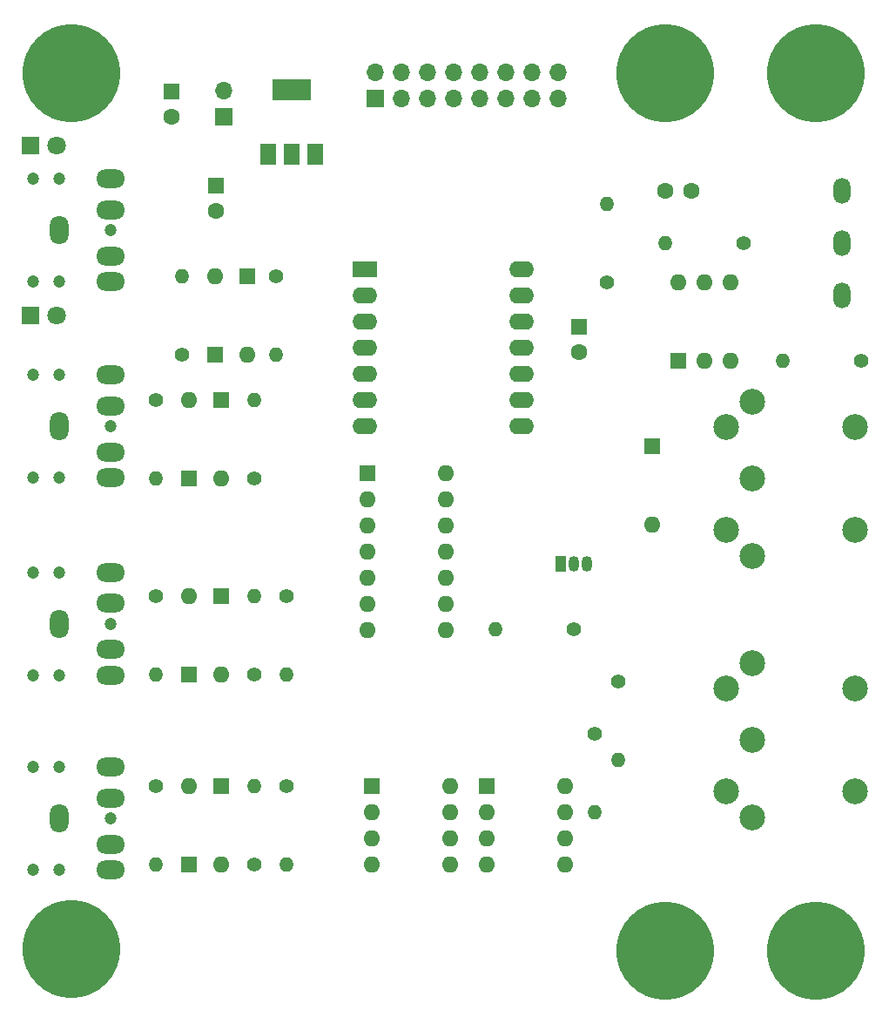
<source format=gts>
%TF.GenerationSoftware,KiCad,Pcbnew,(6.0.1)*%
%TF.CreationDate,2022-09-23T05:10:08-04:00*%
%TF.ProjectId,SYNTH-MIDI-CTL-01,53594e54-482d-44d4-9944-492d43544c2d,1*%
%TF.SameCoordinates,Original*%
%TF.FileFunction,Soldermask,Top*%
%TF.FilePolarity,Negative*%
%FSLAX46Y46*%
G04 Gerber Fmt 4.6, Leading zero omitted, Abs format (unit mm)*
G04 Created by KiCad (PCBNEW (6.0.1)) date 2022-09-23 05:10:08*
%MOMM*%
%LPD*%
G01*
G04 APERTURE LIST*
%ADD10R,1.600000X1.600000*%
%ADD11C,1.600000*%
%ADD12O,1.600000X1.600000*%
%ADD13C,9.525000*%
%ADD14O,1.651000X2.540000*%
%ADD15C,1.400000*%
%ADD16O,1.400000X1.400000*%
%ADD17C,1.200000*%
%ADD18O,2.800000X1.800000*%
%ADD19O,1.800000X2.800000*%
%ADD20C,2.500000*%
%ADD21R,1.700000X1.700000*%
%ADD22O,1.700000X1.700000*%
%ADD23R,1.050000X1.500000*%
%ADD24O,1.050000X1.500000*%
%ADD25R,2.400000X1.600000*%
%ADD26O,2.400000X1.600000*%
%ADD27R,1.800000X1.800000*%
%ADD28C,1.800000*%
%ADD29R,1.500000X2.000000*%
%ADD30R,3.800000X2.000000*%
G04 APERTURE END LIST*
D10*
%TO.C,C3*%
X106172000Y-39434888D03*
D11*
X106172000Y-41934888D03*
%TD*%
D10*
%TO.C,D4*%
X106680000Y-60325000D03*
D12*
X106680000Y-67945000D03*
%TD*%
D10*
%TO.C,C2*%
X141478000Y-53150888D03*
D11*
X141478000Y-55650888D03*
%TD*%
D10*
%TO.C,D9*%
X106680000Y-97790000D03*
D12*
X106680000Y-105410000D03*
%TD*%
D13*
%TO.C,MTG2*%
X92075000Y-113665000D03*
%TD*%
D14*
%TO.C,RV1*%
X167005000Y-40010000D03*
X167005000Y-45090000D03*
X167005000Y-50170000D03*
%TD*%
D13*
%TO.C,MTG3*%
X164465000Y-28575000D03*
%TD*%
%TO.C,MTG6*%
X149860000Y-113792000D03*
%TD*%
D15*
%TO.C,R8*%
X100330000Y-79375000D03*
D16*
X100330000Y-86995000D03*
%TD*%
D15*
%TO.C,R6*%
X100330000Y-60325000D03*
D16*
X100330000Y-67945000D03*
%TD*%
D15*
%TO.C,R5*%
X168910000Y-56515000D03*
D16*
X161290000Y-56515000D03*
%TD*%
D15*
%TO.C,R15*%
X109855000Y-105410000D03*
D16*
X109855000Y-97790000D03*
%TD*%
D17*
%TO.C,J3*%
X88432000Y-67865000D03*
X95932000Y-62865000D03*
X88432000Y-57865000D03*
X90932000Y-57865000D03*
X90932000Y-67865000D03*
D18*
X95932000Y-57865000D03*
X95932000Y-60865000D03*
D19*
X90932000Y-62865000D03*
D18*
X95932000Y-67865000D03*
X95932000Y-65365000D03*
%TD*%
D10*
%TO.C,U3*%
X151145000Y-56505000D03*
D12*
X153685000Y-56505000D03*
X156225000Y-56505000D03*
X156225000Y-48885000D03*
X153685000Y-48885000D03*
X151145000Y-48885000D03*
%TD*%
D17*
%TO.C,J5*%
X90932000Y-77042000D03*
X88432000Y-77042000D03*
X95932000Y-82042000D03*
X90932000Y-87042000D03*
X88432000Y-87042000D03*
D18*
X95932000Y-77042000D03*
X95932000Y-80042000D03*
D19*
X90932000Y-82042000D03*
D18*
X95932000Y-87042000D03*
X95932000Y-84542000D03*
%TD*%
D10*
%TO.C,D6*%
X103505000Y-86995000D03*
D12*
X103505000Y-79375000D03*
%TD*%
D10*
%TO.C,U6*%
X132471000Y-97800000D03*
D12*
X132471000Y-100340000D03*
X132471000Y-102880000D03*
X132471000Y-105420000D03*
X140091000Y-105420000D03*
X140091000Y-102880000D03*
X140091000Y-100340000D03*
X140091000Y-97800000D03*
%TD*%
D15*
%TO.C,R9*%
X109855000Y-86995000D03*
D16*
X109855000Y-79375000D03*
%TD*%
D10*
%TO.C,D5*%
X148590000Y-64770000D03*
D12*
X148590000Y-72390000D03*
%TD*%
D15*
%TO.C,R14*%
X100330000Y-97790000D03*
D16*
X100330000Y-105410000D03*
%TD*%
D10*
%TO.C,D8*%
X103505000Y-105410000D03*
D12*
X103505000Y-97790000D03*
%TD*%
D10*
%TO.C,D3*%
X103505000Y-67945000D03*
D12*
X103505000Y-60325000D03*
%TD*%
D10*
%TO.C,D1*%
X106045000Y-55880000D03*
D12*
X106045000Y-48260000D03*
%TD*%
D10*
%TO.C,U5*%
X121295000Y-97800000D03*
D12*
X121295000Y-100340000D03*
X121295000Y-102880000D03*
X121295000Y-105420000D03*
X128915000Y-105420000D03*
X128915000Y-102880000D03*
X128915000Y-100340000D03*
X128915000Y-97800000D03*
%TD*%
D20*
%TO.C,J6*%
X158290000Y-85845000D03*
X158290000Y-93345000D03*
X158290000Y-100845000D03*
X155790000Y-88345000D03*
X155790000Y-98345000D03*
X168290000Y-98345000D03*
X168290000Y-88345000D03*
%TD*%
D15*
%TO.C,R10*%
X113030000Y-79375000D03*
D16*
X113030000Y-86995000D03*
%TD*%
D15*
%TO.C,R3*%
X102870000Y-55880000D03*
D16*
X102870000Y-48260000D03*
%TD*%
D13*
%TO.C,MTG5*%
X149860000Y-28575000D03*
%TD*%
D10*
%TO.C,D7*%
X106680000Y-79375000D03*
D12*
X106680000Y-86995000D03*
%TD*%
D21*
%TO.C,J1*%
X121666000Y-31050000D03*
D22*
X121666000Y-28510000D03*
X124206000Y-31050000D03*
X124206000Y-28510000D03*
X126746000Y-31050000D03*
X126746000Y-28510000D03*
X129286000Y-31050000D03*
X129286000Y-28510000D03*
X131826000Y-31050000D03*
X131826000Y-28510000D03*
X134366000Y-31050000D03*
X134366000Y-28510000D03*
X136906000Y-31050000D03*
X136906000Y-28510000D03*
X139446000Y-31050000D03*
X139446000Y-28510000D03*
%TD*%
D15*
%TO.C,R13*%
X143002000Y-92710000D03*
D16*
X143002000Y-100330000D03*
%TD*%
D15*
%TO.C,R2*%
X157480000Y-45085000D03*
D16*
X149860000Y-45085000D03*
%TD*%
D23*
%TO.C,Q1*%
X139700000Y-76200000D03*
D24*
X140970000Y-76200000D03*
X142240000Y-76200000D03*
%TD*%
D25*
%TO.C,U2*%
X120650000Y-47625000D03*
D26*
X120650000Y-50165000D03*
X120650000Y-52705000D03*
X120650000Y-55245000D03*
X120650000Y-57785000D03*
X120650000Y-60325000D03*
X120650000Y-62865000D03*
X135890000Y-62865000D03*
X135890000Y-60325000D03*
X135890000Y-57785000D03*
X135890000Y-55245000D03*
X135890000Y-52705000D03*
X135890000Y-50165000D03*
X135890000Y-47625000D03*
%TD*%
D10*
%TO.C,D2*%
X109220000Y-48260000D03*
D12*
X109220000Y-55880000D03*
%TD*%
D21*
%TO.C,H1*%
X106934000Y-32771000D03*
D22*
X106934000Y-30231000D03*
%TD*%
D13*
%TO.C,MTG4*%
X164465000Y-113792000D03*
%TD*%
%TO.C,MTG1*%
X92075000Y-28575000D03*
%TD*%
D15*
%TO.C,R16*%
X113030000Y-97790000D03*
D16*
X113030000Y-105410000D03*
%TD*%
D15*
%TO.C,R1*%
X144145000Y-48895000D03*
D16*
X144145000Y-41275000D03*
%TD*%
D15*
%TO.C,R4*%
X112014000Y-48260000D03*
D16*
X112014000Y-55880000D03*
%TD*%
D15*
%TO.C,R7*%
X109855000Y-67945000D03*
D16*
X109855000Y-60325000D03*
%TD*%
D20*
%TO.C,J4*%
X158290000Y-60445000D03*
X158290000Y-67945000D03*
X158290000Y-75445000D03*
X155790000Y-62945000D03*
X155790000Y-72945000D03*
X168290000Y-72945000D03*
X168290000Y-62945000D03*
%TD*%
D15*
%TO.C,R12*%
X145288000Y-87630000D03*
D16*
X145288000Y-95250000D03*
%TD*%
D27*
%TO.C,DS1*%
X88133000Y-35560000D03*
D28*
X90673000Y-35560000D03*
%TD*%
D17*
%TO.C,J2*%
X88432000Y-38815000D03*
X90932000Y-38815000D03*
X95932000Y-43815000D03*
X90932000Y-48815000D03*
X88432000Y-48815000D03*
D18*
X95932000Y-38815000D03*
X95932000Y-41815000D03*
D19*
X90932000Y-43815000D03*
D18*
X95932000Y-48815000D03*
X95932000Y-46315000D03*
%TD*%
D10*
%TO.C,C1*%
X101854000Y-30290888D03*
D11*
X101854000Y-32790888D03*
%TD*%
D17*
%TO.C,J7*%
X90932000Y-95965000D03*
X88432000Y-95965000D03*
X90932000Y-105965000D03*
X95932000Y-100965000D03*
X88432000Y-105965000D03*
D18*
X95932000Y-95965000D03*
X95932000Y-98965000D03*
D19*
X90932000Y-100965000D03*
D18*
X95932000Y-105965000D03*
X95932000Y-103465000D03*
%TD*%
D27*
%TO.C,DS2*%
X88133000Y-52070000D03*
D28*
X90673000Y-52070000D03*
%TD*%
D10*
%TO.C,U4*%
X120870000Y-67450000D03*
D12*
X120870000Y-69990000D03*
X120870000Y-72530000D03*
X120870000Y-75070000D03*
X120870000Y-77610000D03*
X120870000Y-80150000D03*
X120870000Y-82690000D03*
X128490000Y-82690000D03*
X128490000Y-80150000D03*
X128490000Y-77610000D03*
X128490000Y-75070000D03*
X128490000Y-72530000D03*
X128490000Y-69990000D03*
X128490000Y-67450000D03*
%TD*%
D15*
%TO.C,R11*%
X140970000Y-82550000D03*
D16*
X133350000Y-82550000D03*
%TD*%
D29*
%TO.C,U1*%
X111238000Y-36424000D03*
X113538000Y-36424000D03*
X115838000Y-36424000D03*
D30*
X113538000Y-30124000D03*
%TD*%
D11*
%TO.C,C4*%
X149880000Y-40005000D03*
X152380000Y-40005000D03*
%TD*%
M02*

</source>
